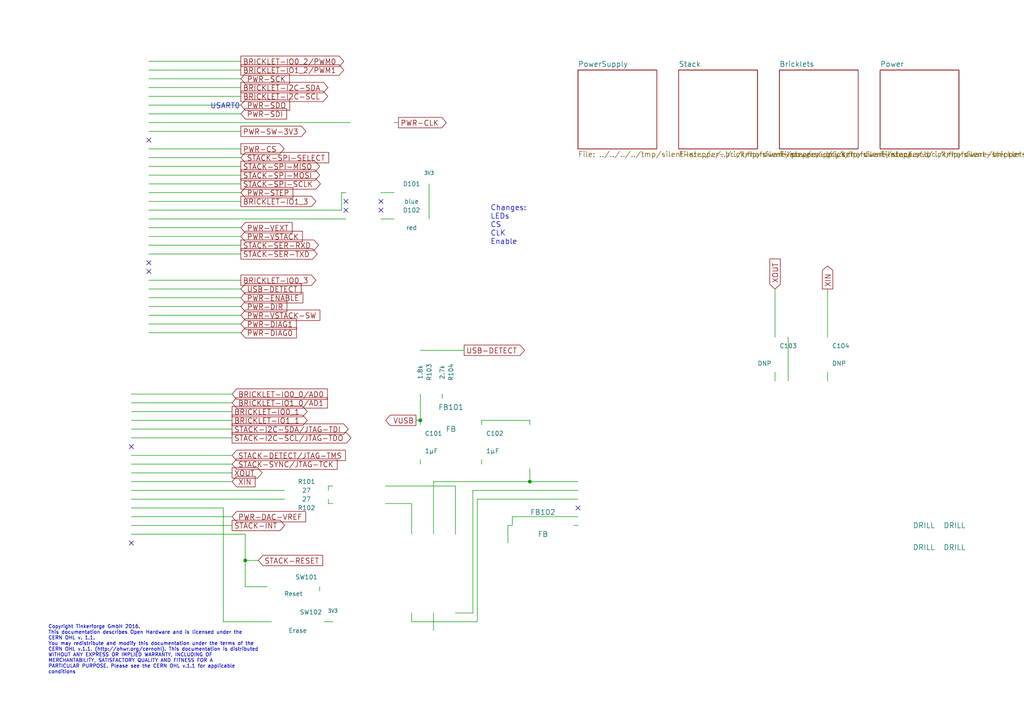
<source format=kicad_sch>
(kicad_sch (version 20230121) (generator eeschema)
  (paper "A4")
  (title_block (title "Silent Stepper Brick") (date "2016-02-08") (rev "1.0") (company "Tinkerforge GmbH") (comment 1 "Licensed under CERN OHL v.1.1") (comment 2 "Copyright (©) 2016, B.Nordmeyer <bastian@tinkerforge.com>"))
  (lib_symbols)
  (junction (at 153.67 139.7))
  (junction (at 121.92 121.92))
  (junction (at 71.12 162.56))
  (no_connect (at 100.33 58.42))
  (no_connect (at 167.64 147.32))
  (no_connect (at 43.18 40.64))
  (no_connect (at 43.18 78.74))
  (no_connect (at 38.1 157.48))
  (no_connect (at 100.33 60.96))
  (no_connect (at 110.49 60.96))
  (no_connect (at 38.1 129.54))
  (no_connect (at 110.49 58.42))
  (no_connect (at 43.18 76.2))
  (wire (pts (xy 138.43 144.78) (xy 167.64 144.78)))
  (wire (pts (xy 147.32 157.48) (xy 147.32 152.4)))
  (wire (pts (xy 224.79 110.49) (xy 224.79 107.95)))
  (wire (pts (xy 43.18 66.04) (xy 69.85 66.04)))
  (wire (pts (xy 121.92 114.3) (xy 121.92 121.92)))
  (wire (pts (xy 38.1 137.16) (xy 67.31 137.16)))
  (wire (pts (xy 139.7 121.92) (xy 139.7 123.19)))
  (wire (pts (xy 38.1 149.86) (xy 67.31 149.86)))
  (wire (pts (xy 43.18 53.34) (xy 69.85 53.34)))
  (wire (pts (xy 166.37 152.4) (xy 167.64 152.4)))
  (wire (pts (xy 67.31 134.62) (xy 38.1 134.62)))
  (wire (pts (xy 43.18 96.52) (xy 69.85 96.52)))
  (wire (pts (xy 119.38 154.94) (xy 119.38 146.05)))
  (wire (pts (xy 43.18 45.72) (xy 69.85 45.72)))
  (wire (pts (xy 43.18 68.58) (xy 69.85 68.58)))
  (wire (pts (xy 139.7 134.62) (xy 139.7 133.35)))
  (wire (pts (xy 137.16 142.24) (xy 167.64 142.24)))
  (wire (pts (xy 115.57 35.56) (xy 114.3 35.56)))
  (wire (pts (xy 38.1 121.92) (xy 67.31 121.92)))
  (wire (pts (xy 167.64 139.7) (xy 153.67 139.7)))
  (wire (pts (xy 132.08 177.8) (xy 137.16 177.8)))
  (wire (pts (xy 43.18 55.88) (xy 69.85 55.88)))
  (wire (pts (xy 38.1 142.24) (xy 82.55 142.24)))
  (wire (pts (xy 110.49 55.88) (xy 114.3 55.88)))
  (wire (pts (xy 153.67 139.7) (xy 153.67 135.89)))
  (wire (pts (xy 148.59 149.86) (xy 167.64 149.86)))
  (wire (pts (xy 71.12 162.56) (xy 71.12 154.94)))
  (wire (pts (xy 38.1 139.7) (xy 67.31 139.7)))
  (wire (pts (xy 38.1 119.38) (xy 67.31 119.38)))
  (wire (pts (xy 38.1 114.3) (xy 67.31 114.3)))
  (wire (pts (xy 124.46 53.34) (xy 124.46 63.5)))
  (wire (pts (xy 64.77 147.32) (xy 64.77 180.34)))
  (wire (pts (xy 99.06 55.88) (xy 99.06 60.96)))
  (wire (pts (xy 43.18 33.02) (xy 69.85 33.02)))
  (wire (pts (xy 38.1 147.32) (xy 64.77 147.32)))
  (wire (pts (xy 137.16 177.8) (xy 137.16 142.24)))
  (wire (pts (xy 110.49 63.5) (xy 114.3 63.5)))
  (wire (pts (xy 43.18 20.32) (xy 69.85 20.32)))
  (wire (pts (xy 38.1 116.84) (xy 67.31 116.84)))
  (wire (pts (xy 43.18 58.42) (xy 69.85 58.42)))
  (wire (pts (xy 43.18 17.78) (xy 69.85 17.78)))
  (wire (pts (xy 119.38 180.34) (xy 119.38 177.8)))
  (wire (pts (xy 121.92 121.92) (xy 120.65 121.92)))
  (wire (pts (xy 69.85 38.1) (xy 43.18 38.1)))
  (wire (pts (xy 74.93 162.56) (xy 71.12 162.56)))
  (wire (pts (xy 43.18 63.5) (xy 100.33 63.5)))
  (wire (pts (xy 43.18 83.82) (xy 69.85 83.82)))
  (wire (pts (xy 119.38 146.05) (xy 111.76 146.05)))
  (wire (pts (xy 148.59 149.86) (xy 148.59 152.4)))
  (wire (pts (xy 138.43 180.34) (xy 119.38 180.34)))
  (wire (pts (xy 132.08 154.94) (xy 132.08 140.97)))
  (wire (pts (xy 128.27 115.57) (xy 128.27 114.3)))
  (wire (pts (xy 93.98 180.34) (xy 96.52 180.34)))
  (wire (pts (xy 92.71 171.45) (xy 92.71 170.18)))
  (wire (pts (xy 138.43 144.78) (xy 138.43 180.34)))
  (wire (pts (xy 69.85 91.44) (xy 43.18 91.44)))
  (wire (pts (xy 132.08 140.97) (xy 111.76 140.97)))
  (wire (pts (xy 121.92 121.92) (xy 121.92 123.19)))
  (wire (pts (xy 228.6 110.49) (xy 228.6 97.79)))
  (wire (pts (xy 71.12 170.18) (xy 71.12 162.56)))
  (wire (pts (xy 43.18 50.8) (xy 69.85 50.8)))
  (wire (pts (xy 125.73 139.7) (xy 125.73 154.94)))
  (wire (pts (xy 43.18 30.48) (xy 69.85 30.48)))
  (wire (pts (xy 69.85 86.36) (xy 43.18 86.36)))
  (wire (pts (xy 43.18 81.28) (xy 69.85 81.28)))
  (wire (pts (xy 38.1 127) (xy 67.31 127)))
  (wire (pts (xy 71.12 154.94) (xy 38.1 154.94)))
  (wire (pts (xy 69.85 43.18) (xy 43.18 43.18)))
  (wire (pts (xy 95.25 140.97) (xy 95.25 142.24)))
  (wire (pts (xy 100.33 55.88) (xy 99.06 55.88)))
  (wire (pts (xy 77.47 170.18) (xy 71.12 170.18)))
  (wire (pts (xy 224.79 83.82) (xy 224.79 97.79)))
  (wire (pts (xy 69.85 71.12) (xy 43.18 71.12)))
  (wire (pts (xy 147.32 152.4) (xy 148.59 152.4)))
  (wire (pts (xy 43.18 48.26) (xy 69.85 48.26)))
  (wire (pts (xy 43.18 25.4) (xy 69.85 25.4)))
  (wire (pts (xy 38.1 124.46) (xy 67.31 124.46)))
  (wire (pts (xy 240.03 83.82) (xy 240.03 97.79)))
  (wire (pts (xy 125.73 182.88) (xy 125.73 177.8)))
  (wire (pts (xy 78.74 180.34) (xy 64.77 180.34)))
  (wire (pts (xy 43.18 35.56) (xy 101.6 35.56)))
  (wire (pts (xy 153.67 121.92) (xy 153.67 123.19)))
  (wire (pts (xy 43.18 27.94) (xy 69.85 27.94)))
  (wire (pts (xy 43.18 93.98) (xy 69.85 93.98)))
  (wire (pts (xy 43.18 73.66) (xy 69.85 73.66)))
  (wire (pts (xy 82.55 144.78) (xy 38.1 144.78)))
  (wire (pts (xy 67.31 132.08) (xy 38.1 132.08)))
  (wire (pts (xy 96.52 140.97) (xy 95.25 140.97)))
  (wire (pts (xy 43.18 88.9) (xy 69.85 88.9)))
  (wire (pts (xy 139.7 121.92) (xy 153.67 121.92)))
  (wire (pts (xy 121.92 134.62) (xy 121.92 133.35)))
  (wire (pts (xy 121.92 101.6) (xy 134.62 101.6)))
  (wire (pts (xy 99.06 60.96) (xy 43.18 60.96)))
  (wire (pts (xy 95.25 146.05) (xy 96.52 146.05)))
  (wire (pts (xy 153.67 139.7) (xy 125.73 139.7)))
  (wire (pts (xy 43.18 22.86) (xy 69.85 22.86)))
  (wire (pts (xy 38.1 152.4) (xy 67.31 152.4)))
  (wire (pts (xy 95.25 144.78) (xy 95.25 146.05)))
  (wire (pts (xy 240.03 110.49) (xy 240.03 107.95)))
  (text "USART0" (at 60.96 31.75 0) (effects (font (size 1.524 1.524)) (justify left bottom)))
  (text "Copyright Tinkerforge GmbH 2016.\nThis documentation describes Open Hardware and is licensed under the\nCERN OHL v. 1.1.\nYou may redistribute and modify this documentation under the terms of the\nCERN OHL v.1.1. (http://ohwr.org/cernohl). This documentation is distributed\nWITHOUT ANY EXPRESS OR IMPLIED WARRANTY, INCLUDING OF\nMERCHANTABILITY, SATISFACTORY QUALITY AND FITNESS FOR A\nPARTICULAR PURPOSE. Please see the CERN OHL v.1.1 for applicable\nconditions\n" (at 13.97 195.58 0) (effects (font (size 1.016 1.016)) (justify left bottom)))
  (text "Changes:\nLEDs\nCS\nCLK\nEnable\n" (at 142.24 71.12 0) (effects (font (size 1.524 1.524)) (justify left bottom)))
  (global_label "PWR-CLK" (shape output) (at 115.57 35.56 0) (effects (font (size 1.524 1.524))) (property "Intersheetrefs" "${INTERSHEET_REFS}" (effects hide)))
  (global_label "BRICKLET-IO0_3" (shape output) (at 69.85 81.28 0) (effects (font (size 1.524 1.524))) (property "Intersheetrefs" "${INTERSHEET_REFS}" (effects hide)))
  (global_label "PWR-VSTACK-SW" (shape input) (at 69.85 91.44 0) (effects (font (size 1.524 1.524))) (property "Intersheetrefs" "${INTERSHEET_REFS}" (effects hide)))
  (global_label "XOUT" (shape output) (at 67.31 137.16 0) (effects (font (size 1.524 1.524))) (property "Intersheetrefs" "${INTERSHEET_REFS}" (effects hide)))
  (global_label "PWR-DAC-VREF" (shape input) (at 67.31 149.86 0) (effects (font (size 1.524 1.524))) (property "Intersheetrefs" "${INTERSHEET_REFS}" (effects hide)))
  (global_label "STACK-SER-TXD" (shape output) (at 69.85 73.66 0) (effects (font (size 1.524 1.524))) (property "Intersheetrefs" "${INTERSHEET_REFS}" (effects hide)))
  (global_label "BRICKLET-IO1_2/PWM1" (shape output) (at 69.85 20.32 0) (effects (font (size 1.524 1.524))) (property "Intersheetrefs" "${INTERSHEET_REFS}" (effects hide)))
  (global_label "STACK-SPI-MISO" (shape output) (at 69.85 48.26 0) (effects (font (size 1.524 1.524))) (property "Intersheetrefs" "${INTERSHEET_REFS}" (effects hide)))
  (global_label "PWR-DIAG1" (shape input) (at 69.85 93.98 0) (effects (font (size 1.524 1.524))) (property "Intersheetrefs" "${INTERSHEET_REFS}" (effects hide)))
  (global_label "STACK-SER-RXD" (shape output) (at 69.85 71.12 0) (effects (font (size 1.524 1.524))) (property "Intersheetrefs" "${INTERSHEET_REFS}" (effects hide)))
  (global_label "BRICKLET-IO0_0/AD0" (shape input) (at 67.31 114.3 0) (effects (font (size 1.524 1.524))) (property "Intersheetrefs" "${INTERSHEET_REFS}" (effects hide)))
  (global_label "STACK-SPI-SCLK" (shape output) (at 69.85 53.34 0) (effects (font (size 1.524 1.524))) (property "Intersheetrefs" "${INTERSHEET_REFS}" (effects hide)))
  (global_label "BRICKLET-IO0_1" (shape output) (at 67.31 119.38 0) (effects (font (size 1.524 1.524))) (property "Intersheetrefs" "${INTERSHEET_REFS}" (effects hide)))
  (global_label "STACK-DETECT/JTAG-TMS" (shape input) (at 67.31 132.08 0) (effects (font (size 1.524 1.524))) (property "Intersheetrefs" "${INTERSHEET_REFS}" (effects hide)))
  (global_label "PWR-VEXT" (shape input) (at 69.85 66.04 0) (effects (font (size 1.524 1.524))) (property "Intersheetrefs" "${INTERSHEET_REFS}" (effects hide)))
  (global_label "PWR-VSTACK" (shape input) (at 69.85 68.58 0) (effects (font (size 1.524 1.524))) (property "Intersheetrefs" "${INTERSHEET_REFS}" (effects hide)))
  (global_label "BRICKLET-IO1_1" (shape output) (at 67.31 121.92 0) (effects (font (size 1.524 1.524))) (property "Intersheetrefs" "${INTERSHEET_REFS}" (effects hide)))
  (global_label "STACK-RESET" (shape input) (at 74.93 162.56 0) (effects (font (size 1.524 1.524))) (property "Intersheetrefs" "${INTERSHEET_REFS}" (effects hide)))
  (global_label "BRICKLET-I2C-SCL" (shape output) (at 69.85 27.94 0) (effects (font (size 1.524 1.524))) (property "Intersheetrefs" "${INTERSHEET_REFS}" (effects hide)))
  (global_label "STACK-SPI-SELECT" (shape input) (at 69.85 45.72 0) (effects (font (size 1.524 1.524))) (property "Intersheetrefs" "${INTERSHEET_REFS}" (effects hide)))
  (global_label "XIN" (shape output) (at 240.03 83.82 90) (effects (font (size 1.524 1.524))) (property "Intersheetrefs" "${INTERSHEET_REFS}" (effects hide)))
  (global_label "PWR-ENABLE" (shape input) (at 69.85 86.36 0) (effects (font (size 1.524 1.524))) (property "Intersheetrefs" "${INTERSHEET_REFS}" (effects hide)))
  (global_label "XOUT" (shape input) (at 224.79 83.82 90) (effects (font (size 1.524 1.524))) (property "Intersheetrefs" "${INTERSHEET_REFS}" (effects hide)))
  (global_label "PWR-SCK" (shape input) (at 69.85 22.86 0) (effects (font (size 1.524 1.524))) (property "Intersheetrefs" "${INTERSHEET_REFS}" (effects hide)))
  (global_label "PWR-CS" (shape output) (at 69.85 43.18 0) (effects (font (size 1.524 1.524))) (property "Intersheetrefs" "${INTERSHEET_REFS}" (effects hide)))
  (global_label "USB-DETECT" (shape input) (at 69.85 83.82 0) (effects (font (size 1.524 1.524))) (property "Intersheetrefs" "${INTERSHEET_REFS}" (effects hide)))
  (global_label "PWR-SDO" (shape input) (at 69.85 30.48 0) (effects (font (size 1.524 1.524))) (property "Intersheetrefs" "${INTERSHEET_REFS}" (effects hide)))
  (global_label "PWR-DIAG0" (shape input) (at 69.85 96.52 0) (effects (font (size 1.524 1.524))) (property "Intersheetrefs" "${INTERSHEET_REFS}" (effects hide)))
  (global_label "STACK-SPI-MOSI" (shape output) (at 69.85 50.8 0) (effects (font (size 1.524 1.524))) (property "Intersheetrefs" "${INTERSHEET_REFS}" (effects hide)))
  (global_label "BRICKLET-IO1_3" (shape output) (at 69.85 58.42 0) (effects (font (size 1.524 1.524))) (property "Intersheetrefs" "${INTERSHEET_REFS}" (effects hide)))
  (global_label "XIN" (shape input) (at 67.31 139.7 0) (effects (font (size 1.524 1.524))) (property "Intersheetrefs" "${INTERSHEET_REFS}" (effects hide)))
  (global_label "BRICKLET-IO1_0/AD1" (shape input) (at 67.31 116.84 0) (effects (font (size 1.524 1.524))) (property "Intersheetrefs" "${INTERSHEET_REFS}" (effects hide)))
  (global_label "USB-DETECT" (shape output) (at 134.62 101.6 0) (effects (font (size 1.524 1.524))) (property "Intersheetrefs" "${INTERSHEET_REFS}" (effects hide)))
  (global_label "VUSB" (shape output) (at 120.65 121.92 180) (effects (font (size 1.524 1.524))) (property "Intersheetrefs" "${INTERSHEET_REFS}" (effects hide)))
  (global_label "PWR-DIR" (shape input) (at 69.85 88.9 0) (effects (font (size 1.524 1.524))) (property "Intersheetrefs" "${INTERSHEET_REFS}" (effects hide)))
  (global_label "BRICKLET-IO0_2/PWM0" (shape output) (at 69.85 17.78 0) (effects (font (size 1.524 1.524))) (property "Intersheetrefs" "${INTERSHEET_REFS}" (effects hide)))
  (global_label "PWR-STEP" (shape input) (at 69.85 55.88 0) (effects (font (size 1.524 1.524))) (property "Intersheetrefs" "${INTERSHEET_REFS}" (effects hide)))
  (global_label "BRICKLET-I2C-SDA" (shape output) (at 69.85 25.4 0) (effects (font (size 1.524 1.524))) (property "Intersheetrefs" "${INTERSHEET_REFS}" (effects hide)))
  (global_label "STACK-SYNC/JTAG-TCK" (shape input) (at 67.31 134.62 0) (effects (font (size 1.524 1.524))) (property "Intersheetrefs" "${INTERSHEET_REFS}" (effects hide)))
  (global_label "STACK-INT" (shape output) (at 67.31 152.4 0) (effects (font (size 1.524 1.524))) (property "Intersheetrefs" "${INTERSHEET_REFS}" (effects hide)))
  (global_label "PWR-SDI" (shape input) (at 69.85 33.02 0) (effects (font (size 1.524 1.524))) (property "Intersheetrefs" "${INTERSHEET_REFS}" (effects hide)))
  (global_label "STACK-I2C-SDA/JTAG-TDI" (shape output) (at 67.31 124.46 0) (effects (font (size 1.524 1.524))) (property "Intersheetrefs" "${INTERSHEET_REFS}" (effects hide)))
  (global_label "STACK-I2C-SCL/JTAG-TDO" (shape output) (at 67.31 127 0) (effects (font (size 1.524 1.524))) (property "Intersheetrefs" "${INTERSHEET_REFS}" (effects hide)))
  (global_label "PWR-SW-3V3" (shape output) (at 69.85 38.1 0) (effects (font (size 1.524 1.524))) (property "Intersheetrefs" "${INTERSHEET_REFS}" (effects hide)))
  (symbol (lib_id "TACT-SWITCH") (at 86.36 180.34 0) (unit 1)
    (property "Reference" "SW102" (at 90.17 177.546 0))
    (property "Value" "Erase" (at 86.36 182.88 0))
    (property "Footprint" "kicad-libraries:TACT-SWITCH" (effects hide))
  )
  (symbol (lib_id "TACT-SWITCH") (at 85.09 170.18 0) (unit 1)
    (property "Reference" "SW101" (at 88.9 167.386 0))
    (property "Value" "Reset" (at 85.09 172.212 0))
    (property "Footprint" "kicad-libraries:TACT-SWITCH" (effects hide))
  )
  (symbol (lib_id "USB-MINI-B-SMD") (at 184.15 146.05 0) (unit 1)
    (property "Reference" "J101" (at 184.15 135.89 0) (effects (font (size 1.524 1.524))))
    (property "Value" "USB-MINI-B-SMD" (at 175.26 157.48 0) (effects (font (size 1.524 1.524))))
    (property "Footprint" "kicad-libraries:USB-MINI-B-SMD" (effects hide))
  )
  (symbol (lib_id "LED") (at 119.38 63.5 0) (mirror y) (unit 1)
    (property "Reference" "D102" (at 119.38 60.96 0))
    (property "Value" "red" (at 119.38 66.04 0))
    (property "Footprint" "kicad-libraries:D0603" (effects hide))
  )
  (symbol (lib_id "LED") (at 119.38 55.88 0) (mirror y) (unit 1)
    (property "Reference" "D101" (at 119.38 53.34 0))
    (property "Value" "blue" (at 119.38 58.42 0))
    (property "Footprint" "kicad-libraries:D0603" (effects hide))
  )
  (symbol (lib_id "FILTER") (at 130.81 121.92 0) (unit 1)
    (property "Reference" "FB101" (at 130.81 118.11 0) (effects (font (size 1.524 1.524))))
    (property "Value" "FB" (at 130.81 124.46 0) (effects (font (size 1.524 1.524))))
    (property "Footprint" "kicad-libraries:C0603E" (effects hide))
  )
  (symbol (lib_id "GND") (at 147.32 157.48 0) (unit 1)
    (property "Reference" "#PWR08" (effects hide))
    (property "Value" "GND" (effects hide))
  )
  (symbol (lib_id "R") (at 88.9 142.24 270) (unit 1)
    (property "Reference" "R101" (at 88.9 139.7 90))
    (property "Value" "27" (at 88.9 142.24 90))
    (property "Footprint" "kicad-libraries:R0402E" (effects hide))
  )
  (symbol (lib_id "R") (at 88.9 144.78 270) (unit 1)
    (property "Reference" "R102" (at 88.9 147.32 90))
    (property "Value" "27" (at 88.9 144.78 90))
    (property "Footprint" "kicad-libraries:R0402E" (effects hide))
  )
  (symbol (lib_id "DRILL") (at 276.86 152.4 0) (unit 1)
    (property "Reference" "J104" (effects hide))
    (property "Value" "DRILL" (at 276.86 152.4 0) (effects (font (size 1.524 1.524))))
    (property "Footprint" "kicad-libraries:DRILL_NP" (effects hide))
  )
  (symbol (lib_id "DRILL") (at 276.86 158.75 0) (unit 1)
    (property "Reference" "J105" (effects hide))
    (property "Value" "DRILL" (at 276.86 158.75 0) (effects (font (size 1.524 1.524))))
    (property "Footprint" "kicad-libraries:DRILL_NP" (effects hide))
  )
  (symbol (lib_id "GND") (at 92.71 171.45 0) (unit 1)
    (property "Reference" "#PWR07" (effects hide))
    (property "Value" "GND" (effects hide))
  )
  (symbol (lib_id "3V3") (at 96.52 180.34 0) (unit 1)
    (property "Reference" "#PWR06" (effects hide))
    (property "Value" "3V3" (at 96.52 177.165 0) (effects (font (size 1.016 1.016))))
  )
  (symbol (lib_id "FILTER") (at 157.48 152.4 0) (unit 1)
    (property "Reference" "FB102" (at 157.48 148.59 0) (effects (font (size 1.524 1.524))))
    (property "Value" "FB" (at 157.48 154.94 0) (effects (font (size 1.524 1.524))))
    (property "Footprint" "kicad-libraries:C0603E" (effects hide))
  )
  (symbol (lib_id "AT91SAM3SXB") (at 13.97 15.24 0) (unit 1)
    (property "Reference" "U101" (at 15.24 13.97 0) (effects (font (size 1.524 1.524))))
    (property "Value" "AT91SAM3SXB" (at 29.21 13.97 0) (effects (font (size 1.524 1.524))))
    (property "Footprint" "kicad-libraries:LQFP64" (effects hide))
  )
  (symbol (lib_id "R") (at 121.92 107.95 180) (unit 1)
    (property "Reference" "R103" (at 124.46 107.95 90))
    (property "Value" "1.8k" (at 121.92 107.95 90))
    (property "Footprint" "kicad-libraries:R0402E" (effects hide))
  )
  (symbol (lib_id "R") (at 128.27 107.95 180) (unit 1)
    (property "Reference" "R104" (at 130.81 107.95 90))
    (property "Value" "2.7k" (at 128.27 107.95 90))
    (property "Footprint" "kicad-libraries:R0402E" (effects hide))
  )
  (symbol (lib_id "GND") (at 128.27 115.57 0) (unit 1)
    (property "Reference" "#PWR05" (effects hide))
    (property "Value" "GND" (effects hide))
  )
  (symbol (lib_id "AT91SAM3SXB") (at 13.97 111.76 0) (unit 2)
    (property "Reference" "U101" (at 15.24 110.49 0) (effects (font (size 1.524 1.524))))
    (property "Value" "AT91SAM3SXB" (at 29.21 110.49 0) (effects (font (size 1.524 1.524))))
    (property "Footprint" "kicad-libraries:LQFP64" (effects hide))
  )
  (symbol (lib_id "3V3") (at 124.46 53.34 0) (mirror y) (unit 1)
    (property "Reference" "#PWR04" (effects hide))
    (property "Value" "3V3" (at 124.46 50.165 0) (effects (font (size 1.016 1.016))))
  )
  (symbol (lib_id "C") (at 224.79 102.87 0) (unit 1)
    (property "Reference" "C103" (at 226.06 100.33 0) (effects (justify left)))
    (property "Value" "DNP" (at 219.71 105.41 0) (effects (justify left)))
    (property "Footprint" "kicad-libraries:C0402E" (effects hide))
  )
  (symbol (lib_id "C") (at 240.03 102.87 0) (unit 1)
    (property "Reference" "C104" (at 241.3 100.33 0) (effects (justify left)))
    (property "Value" "DNP" (at 241.3 105.41 0) (effects (justify left)))
    (property "Footprint" "kicad-libraries:C0402E" (effects hide))
  )
  (symbol (lib_id "GND") (at 224.79 110.49 0) (unit 1)
    (property "Reference" "#PWR03" (effects hide))
    (property "Value" "GND" (effects hide))
  )
  (symbol (lib_id "GND") (at 240.03 110.49 0) (unit 1)
    (property "Reference" "#PWR02" (effects hide))
    (property "Value" "GND" (effects hide))
  )
  (symbol (lib_id "GND") (at 228.6 110.49 0) (unit 1)
    (property "Reference" "#PWR01" (effects hide))
    (property "Value" "GND" (effects hide))
  )
  (symbol (lib_id "CRYSTAL_3225") (at 232.41 90.17 0) (unit 1)
    (property "Reference" "X101" (at 229.87 83.82 0) (effects (font (size 1.524 1.524))))
    (property "Value" "16Mhz" (at 233.68 96.52 0) (effects (font (size 1.524 1.524))))
    (property "Footprint" "kicad-libraries:CRYSTAL_3225" (effects hide))
  )
  (symbol (lib_id "DRILL") (at 267.97 152.4 0) (unit 1)
    (property "Reference" "J102" (effects hide))
    (property "Value" "DRILL" (at 267.97 152.4 0) (effects (font (size 1.524 1.524))))
    (property "Footprint" "kicad-libraries:DRILL_NP" (effects hide))
  )
  (symbol (lib_id "DRILL") (at 267.97 158.75 0) (unit 1)
    (property "Reference" "J103" (effects hide))
    (property "Value" "DRILL" (at 267.97 158.75 0) (effects (font (size 1.524 1.524))))
    (property "Footprint" "kicad-libraries:DRILL_NP" (effects hide))
  )
  (symbol (lib_id "R_PACK4") (at 105.41 64.77 0) (mirror y) (unit 1)
    (property "Reference" "RP101" (at 105.41 53.34 0) (effects (font (size 1.016 1.016))))
    (property "Value" "1k" (at 105.41 66.04 0) (effects (font (size 1.016 1.016))))
    (property "Footprint" "kicad-libraries:4X0603" (effects hide))
  )
  (symbol (lib_id "C") (at 121.92 128.27 0) (unit 1)
    (property "Reference" "C101" (at 123.19 125.73 0) (effects (justify left)))
    (property "Value" "1µF" (at 123.19 130.81 0) (effects (justify left)))
    (property "Footprint" "kicad-libraries:C0402E" (effects hide))
  )
  (symbol (lib_id "C") (at 139.7 128.27 0) (unit 1)
    (property "Reference" "C102" (at 140.97 125.73 0) (effects (justify left)))
    (property "Value" "1µF" (at 140.97 130.81 0) (effects (justify left)))
    (property "Footprint" "kicad-libraries:C0402E" (effects hide))
  )
  (symbol (lib_id "GND") (at 121.92 134.62 0) (unit 1)
    (property "Reference" "#PWR09" (effects hide))
    (property "Value" "GND" (effects hide))
  )
  (symbol (lib_id "GND") (at 139.7 134.62 0) (unit 1)
    (property "Reference" "#PWR010" (effects hide))
    (property "Value" "GND" (effects hide))
  )
  (symbol (lib_id "TVS_ARRAY4") (at 125.73 166.37 0) (mirror y) (unit 1)
    (property "Reference" "U102" (at 134.493 170.561 90) (effects (font (size 1.524 1.524))))
    (property "Value" "82400152" (at 116.586 166.751 90) (effects (font (size 1.524 1.524))))
    (property "Footprint" "kicad-libraries:SOT563-SPEC" (effects hide))
  )
  (symbol (lib_id "FUSE") (at 153.67 129.54 270) (unit 1)
    (property "Reference" "F101" (at 154.94 132.08 0) (effects (font (size 1.016 1.016))))
    (property "Value" "PTC" (effects hide))
    (property "Footprint" "kicad-libraries:C1206" (effects hide))
  )
  (symbol (lib_id "WE-CNSW") (at 104.14 143.51 0) (unit 1)
    (property "Reference" "L101" (at 104.14 139.192 0) (effects (font (size 1.524 1.524))))
    (property "Value" "744230900" (at 104.14 147.574 0) (effects (font (size 1.524 1.524))))
    (property "Footprint" "kicad-libraries:WE-CNSW-0603" (effects hide))
  )
  (symbol (lib_id "GND") (at 125.73 182.88 0) (unit 1)
    (property "Reference" "#PWR011" (effects hide))
    (property "Value" "GND" (effects hide))
  )
  (symbol (lib_id "R") (at 107.95 35.56 90) (unit 1)
    (property "Reference" "R105" (at 107.95 38.1 90))
    (property "Value" "100" (at 107.95 35.56 90))
    (property "Footprint" "kicad-libraries:R0402E" (effects hide))
  )
  (sheet (at 167.64 20.32) (size 22.86 22.86)
    (property "Sheetname" "PowerSupply" (at 167.64 19.4814 0) (effects (font (size 1.524 1.524)) (justify left bottom)))
    (property "Sheetfile" "../../../../tmp/silent-stepper-brick/hardware/powersupply.sch" (at 167.64 43.8662 0) (effects (font (size 1.524 1.524)) (justify left top)))
  )
  (sheet (at 196.85 20.32) (size 22.86 22.86)
    (property "Sheetname" "Stack" (at 196.85 19.4814 0) (effects (font (size 1.524 1.524)) (justify left bottom)))
    (property "Sheetfile" "../../../../tmp/silent-stepper-brick/hardware/stack.sch" (at 196.85 43.8662 0) (effects (font (size 1.524 1.524)) (justify left top)))
  )
  (sheet (at 226.06 20.32) (size 22.86 22.86)
    (property "Sheetname" "Bricklets" (at 226.06 19.4814 0) (effects (font (size 1.524 1.524)) (justify left bottom)))
    (property "Sheetfile" "../../../../tmp/silent-stepper-brick/hardware/bricklets.sch" (at 226.06 43.8662 0) (effects (font (size 1.524 1.524)) (justify left top)))
  )
  (sheet (at 255.27 20.32) (size 22.86 22.86)
    (property "Sheetname" "Power" (at 255.27 19.4814 0) (effects (font (size 1.524 1.524)) (justify left bottom)))
    (property "Sheetfile" "../../../../tmp/silent-stepper-brick/hardware/power.sch" (at 255.27 43.8662 0) (effects (font (size 1.524 1.524)) (justify left top)))
  )
)
</source>
